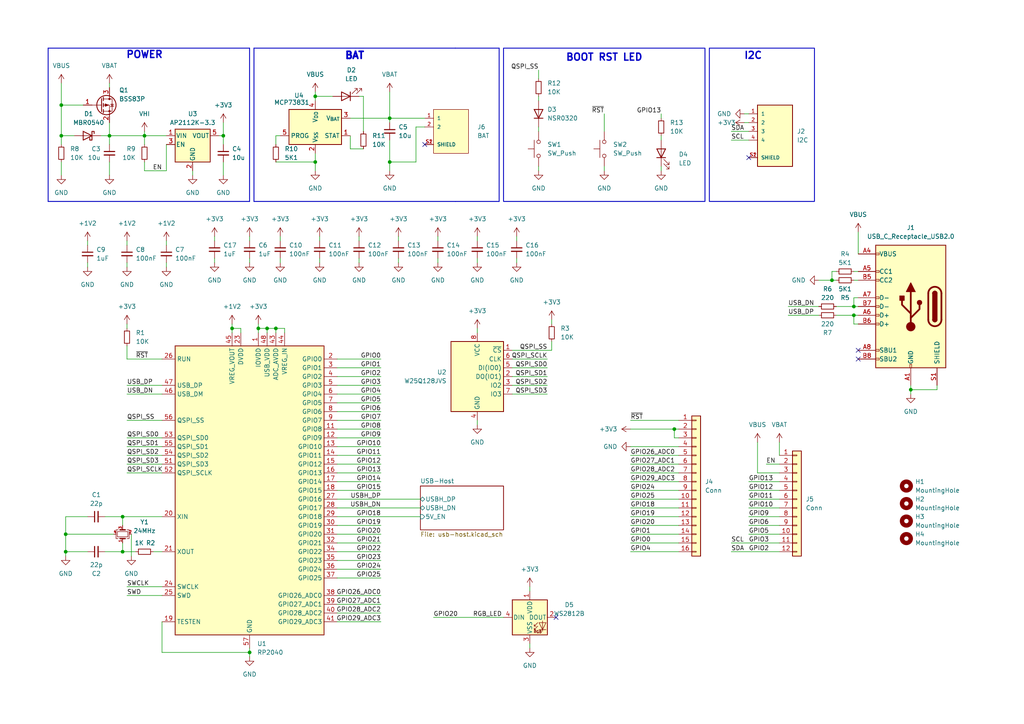
<source format=kicad_sch>
(kicad_sch (version 20231120) (generator "eeschema") (generator_version "8.0")
  (paper "A4")
  (junction (at 74.93 95.25))
  (junction (at 72.39 189.23))
  (junction (at 91.44 27.94))
  (junction (at 35.56 160.02))
  (junction (at 67.31 95.25))
  (junction (at 17.78 39.37))
  (junction (at 91.44 46.99))
  (junction (at 19.05 160.02))
  (junction (at 247.65 91.44))
  (junction (at 19.05 154.94))
  (junction (at 31.75 39.37))
  (junction (at 64.77 39.37))
  (junction (at 17.78 30.48))
  (junction (at 241.3 81.28))
  (junction (at 35.56 149.86))
  (junction (at 113.03 34.29))
  (junction (at 264.16 113.03))
  (junction (at 247.65 88.9))
  (junction (at 41.91 39.37))
  (junction (at 113.03 46.99))
  (junction (at 77.47 95.25))
  (junction (at 195.58 124.46))
  (junction (at 80.01 95.25))
  (no_connect (at 248.92 104.14))
  (no_connect (at 161.29 179.07))
  (no_connect (at 217.17 45.72))
  (no_connect (at 248.92 101.6))
  (no_connect (at 123.19 41.91))
  (wire (pts (xy 74.93 95.25) (xy 77.47 95.25)))
  (wire (pts (xy 110.49 127) (xy 97.79 127)))
  (wire (pts (xy 226.06 128.27) (xy 226.06 132.08)))
  (wire (pts (xy 110.49 177.8) (xy 97.79 177.8)))
  (wire (pts (xy 127 76.2) (xy 127 74.93)))
  (wire (pts (xy 64.77 35.56) (xy 64.77 39.37)))
  (wire (pts (xy 80.01 95.25) (xy 82.55 95.25)))
  (polyline (pts (xy 72.39 58.42) (xy 13.97 58.42)) (stroke (width 0.254) (type solid)))
  (wire (pts (xy 30.48 149.86) (xy 35.56 149.86)))
  (wire (pts (xy 264.16 113.03) (xy 264.16 111.76)))
  (wire (pts (xy 62.23 68.58) (xy 62.23 69.85)))
  (wire (pts (xy 110.49 129.54) (xy 97.79 129.54)))
  (wire (pts (xy 105.41 27.94) (xy 105.41 38.1)))
  (wire (pts (xy 182.88 149.86) (xy 196.85 149.86)))
  (wire (pts (xy 17.78 39.37) (xy 21.59 39.37)))
  (wire (pts (xy 138.43 76.2) (xy 138.43 74.93)))
  (wire (pts (xy 110.49 134.62) (xy 97.79 134.62)))
  (wire (pts (xy 153.67 170.18) (xy 153.67 171.45)))
  (wire (pts (xy 72.39 190.5) (xy 72.39 189.23)))
  (wire (pts (xy 31.75 24.13) (xy 31.75 25.4)))
  (wire (pts (xy 242.57 78.74) (xy 241.3 78.74)))
  (wire (pts (xy 91.44 46.99) (xy 91.44 44.45)))
  (wire (pts (xy 72.39 76.2) (xy 72.39 74.93)))
  (wire (pts (xy 248.92 88.9) (xy 247.65 88.9)))
  (wire (pts (xy 149.86 76.2) (xy 149.86 74.93)))
  (wire (pts (xy 182.88 124.46) (xy 195.58 124.46)))
  (wire (pts (xy 271.78 111.76) (xy 271.78 113.03)))
  (wire (pts (xy 25.4 77.47) (xy 25.4 76.2)))
  (wire (pts (xy 36.83 77.47) (xy 36.83 76.2)))
  (wire (pts (xy 48.26 41.91) (xy 48.26 49.53)))
  (polyline (pts (xy 13.97 13.97) (xy 72.39 13.97)) (stroke (width 0.254) (type solid)))
  (wire (pts (xy 48.26 69.85) (xy 48.26 71.12)))
  (wire (pts (xy 38.1 154.94) (xy 38.1 161.29)))
  (wire (pts (xy 182.88 139.7) (xy 196.85 139.7)))
  (wire (pts (xy 36.83 172.72) (xy 46.99 172.72)))
  (wire (pts (xy 36.83 111.76) (xy 46.99 111.76)))
  (wire (pts (xy 247.65 81.28) (xy 248.92 81.28)))
  (wire (pts (xy 69.85 96.52) (xy 69.85 95.25)))
  (wire (pts (xy 64.77 39.37) (xy 63.5 39.37)))
  (wire (pts (xy 247.65 93.98) (xy 247.65 91.44)))
  (wire (pts (xy 105.41 43.18) (xy 101.6 43.18)))
  (wire (pts (xy 35.56 157.48) (xy 35.56 160.02)))
  (wire (pts (xy 91.44 27.94) (xy 96.52 27.94)))
  (wire (pts (xy 113.03 40.64) (xy 113.03 46.99)))
  (wire (pts (xy 97.79 149.86) (xy 121.92 149.86)))
  (wire (pts (xy 62.23 76.2) (xy 62.23 74.93)))
  (wire (pts (xy 110.49 119.38) (xy 97.79 119.38)))
  (wire (pts (xy 17.78 30.48) (xy 17.78 39.37)))
  (wire (pts (xy 36.83 93.98) (xy 36.83 95.25)))
  (wire (pts (xy 48.26 77.47) (xy 48.26 76.2)))
  (wire (pts (xy 110.49 175.26) (xy 97.79 175.26)))
  (wire (pts (xy 125.73 179.07) (xy 146.05 179.07)))
  (wire (pts (xy 36.83 100.33) (xy 36.83 104.14)))
  (wire (pts (xy 110.49 160.02) (xy 97.79 160.02)))
  (wire (pts (xy 182.88 132.08) (xy 196.85 132.08)))
  (wire (pts (xy 156.21 49.53) (xy 156.21 48.26)))
  (wire (pts (xy 113.03 34.29) (xy 113.03 35.56)))
  (wire (pts (xy 36.83 170.18) (xy 46.99 170.18)))
  (wire (pts (xy 101.6 34.29) (xy 113.03 34.29)))
  (wire (pts (xy 248.92 93.98) (xy 247.65 93.98)))
  (wire (pts (xy 110.49 116.84) (xy 97.79 116.84)))
  (wire (pts (xy 36.83 114.3) (xy 46.99 114.3)))
  (polyline (pts (xy 132.08 13.97) (xy 144.78 13.97)) (stroke (width 0.254)))
  (wire (pts (xy 19.05 154.94) (xy 33.02 154.94)))
  (wire (pts (xy 81.28 68.58) (xy 81.28 69.85)))
  (polyline (pts (xy 13.97 13.97) (xy 13.97 58.42)) (stroke (width 0.254) (type solid)))
  (wire (pts (xy 110.49 114.3) (xy 97.79 114.3)))
  (wire (pts (xy 30.48 160.02) (xy 35.56 160.02)))
  (polyline (pts (xy 73.66 58.42) (xy 132.08 58.42)) (stroke (width 0.254)))
  (wire (pts (xy 191.77 33.02) (xy 191.77 34.29)))
  (wire (pts (xy 156.21 36.83) (xy 156.21 38.1)))
  (wire (pts (xy 247.65 91.44) (xy 242.57 91.44)))
  (wire (pts (xy 80.01 95.25) (xy 80.01 96.52)))
  (wire (pts (xy 217.17 154.94) (xy 226.06 154.94)))
  (wire (pts (xy 31.75 39.37) (xy 31.75 41.91)))
  (wire (pts (xy 74.93 93.98) (xy 74.93 95.25)))
  (wire (pts (xy 36.83 121.92) (xy 46.99 121.92)))
  (wire (pts (xy 271.78 113.03) (xy 264.16 113.03)))
  (wire (pts (xy 48.26 49.53) (xy 41.91 49.53)))
  (wire (pts (xy 158.75 111.76) (xy 148.59 111.76)))
  (wire (pts (xy 110.49 157.48) (xy 97.79 157.48)))
  (wire (pts (xy 153.67 187.96) (xy 153.67 186.69)))
  (wire (pts (xy 91.44 27.94) (xy 91.44 29.21)))
  (wire (pts (xy 80.01 39.37) (xy 80.01 41.91)))
  (wire (pts (xy 110.49 121.92) (xy 97.79 121.92)))
  (wire (pts (xy 196.85 127) (xy 195.58 127)))
  (wire (pts (xy 110.49 154.94) (xy 97.79 154.94)))
  (wire (pts (xy 247.65 86.36) (xy 247.65 88.9)))
  (wire (pts (xy 104.14 76.2) (xy 104.14 74.93)))
  (polyline (pts (xy 144.78 13.97) (xy 144.78 58.42)) (stroke (width 0.254)))
  (wire (pts (xy 195.58 127) (xy 195.58 124.46)))
  (wire (pts (xy 110.49 124.46) (xy 97.79 124.46)))
  (wire (pts (xy 19.05 154.94) (xy 19.05 160.02)))
  (wire (pts (xy 17.78 39.37) (xy 17.78 41.91)))
  (wire (pts (xy 191.77 39.37) (xy 191.77 40.64)))
  (wire (pts (xy 138.43 68.58) (xy 138.43 69.85)))
  (wire (pts (xy 46.99 180.34) (xy 46.99 189.23)))
  (wire (pts (xy 217.17 149.86) (xy 226.06 149.86)))
  (wire (pts (xy 110.49 111.76) (xy 97.79 111.76)))
  (wire (pts (xy 138.43 95.25) (xy 138.43 96.52)))
  (polyline (pts (xy 144.78 58.42) (xy 132.08 58.42)) (stroke (width 0.254)))
  (wire (pts (xy 212.09 38.1) (xy 217.17 38.1)))
  (wire (pts (xy 29.21 39.37) (xy 31.75 39.37)))
  (wire (pts (xy 25.4 69.85) (xy 25.4 71.12)))
  (wire (pts (xy 110.49 137.16) (xy 97.79 137.16)))
  (wire (pts (xy 110.49 104.14) (xy 97.79 104.14)))
  (wire (pts (xy 175.26 49.53) (xy 175.26 48.26)))
  (wire (pts (xy 149.86 68.58) (xy 149.86 69.85)))
  (wire (pts (xy 120.65 36.83) (xy 120.65 46.99)))
  (wire (pts (xy 113.03 34.29) (xy 113.03 26.67)))
  (wire (pts (xy 64.77 50.8) (xy 64.77 46.99)))
  (wire (pts (xy 110.49 142.24) (xy 97.79 142.24)))
  (wire (pts (xy 182.88 137.16) (xy 196.85 137.16)))
  (wire (pts (xy 36.83 137.16) (xy 46.99 137.16)))
  (wire (pts (xy 160.02 99.06) (xy 160.02 101.6)))
  (polyline (pts (xy 72.39 13.97) (xy 72.39 58.42)) (stroke (width 0.254) (type solid)))
  (wire (pts (xy 36.83 104.14) (xy 46.99 104.14)))
  (wire (pts (xy 110.49 109.22) (xy 97.79 109.22)))
  (wire (pts (xy 36.83 69.85) (xy 36.83 71.12)))
  (wire (pts (xy 67.31 93.98) (xy 67.31 95.25)))
  (wire (pts (xy 248.92 67.31) (xy 248.92 73.66)))
  (wire (pts (xy 110.49 180.34) (xy 97.79 180.34)))
  (wire (pts (xy 237.49 88.9) (xy 228.6 88.9)))
  (wire (pts (xy 120.65 36.83) (xy 123.19 36.83)))
  (wire (pts (xy 64.77 41.91) (xy 64.77 39.37)))
  (wire (pts (xy 31.75 50.8) (xy 31.75 46.99)))
  (wire (pts (xy 182.88 144.78) (xy 196.85 144.78)))
  (wire (pts (xy 92.71 68.58) (xy 92.71 69.85)))
  (wire (pts (xy 148.59 101.6) (xy 160.02 101.6)))
  (wire (pts (xy 36.83 134.62) (xy 46.99 134.62)))
  (wire (pts (xy 247.65 88.9) (xy 242.57 88.9)))
  (wire (pts (xy 44.45 160.02) (xy 46.99 160.02)))
  (wire (pts (xy 110.49 152.4) (xy 97.79 152.4)))
  (wire (pts (xy 120.65 46.99) (xy 113.03 46.99)))
  (wire (pts (xy 67.31 95.25) (xy 67.31 96.52)))
  (wire (pts (xy 110.49 162.56) (xy 97.79 162.56)))
  (wire (pts (xy 219.71 128.27) (xy 219.71 137.16)))
  (wire (pts (xy 19.05 160.02) (xy 19.05 161.29)))
  (wire (pts (xy 110.49 106.68) (xy 97.79 106.68)))
  (wire (pts (xy 115.57 68.58) (xy 115.57 69.85)))
  (wire (pts (xy 247.65 78.74) (xy 248.92 78.74)))
  (wire (pts (xy 17.78 24.13) (xy 17.78 30.48)))
  (wire (pts (xy 92.71 76.2) (xy 92.71 74.93)))
  (wire (pts (xy 127 68.58) (xy 127 69.85)))
  (wire (pts (xy 175.26 33.02) (xy 175.26 38.1)))
  (wire (pts (xy 19.05 149.86) (xy 19.05 154.94)))
  (wire (pts (xy 81.28 76.2) (xy 81.28 74.93)))
  (wire (pts (xy 248.92 91.44) (xy 247.65 91.44)))
  (wire (pts (xy 212.09 157.48) (xy 226.06 157.48)))
  (wire (pts (xy 91.44 26.67) (xy 91.44 27.94)))
  (wire (pts (xy 69.85 95.25) (xy 67.31 95.25)))
  (wire (pts (xy 19.05 160.02) (xy 25.4 160.02)))
  (wire (pts (xy 36.83 129.54) (xy 46.99 129.54)))
  (wire (pts (xy 104.14 68.58) (xy 104.14 69.85)))
  (wire (pts (xy 191.77 49.53) (xy 191.77 48.26)))
  (wire (pts (xy 72.39 189.23) (xy 72.39 187.96)))
  (wire (pts (xy 55.88 50.8) (xy 55.88 49.53)))
  (wire (pts (xy 156.21 27.94) (xy 156.21 29.21)))
  (wire (pts (xy 182.88 129.54) (xy 196.85 129.54)))
  (wire (pts (xy 110.49 167.64) (xy 97.79 167.64)))
  (wire (pts (xy 217.17 147.32) (xy 226.06 147.32)))
  (wire (pts (xy 182.88 157.48) (xy 196.85 157.48)))
  (wire (pts (xy 248.92 86.36) (xy 247.65 86.36)))
  (wire (pts (xy 17.78 50.8) (xy 17.78 46.99)))
  (wire (pts (xy 212.09 40.64) (xy 217.17 40.64)))
  (wire (pts (xy 241.3 81.28) (xy 237.49 81.28)))
  (wire (pts (xy 41.91 38.1) (xy 41.91 39.37)))
  (wire (pts (xy 110.49 172.72) (xy 97.79 172.72)))
  (wire (pts (xy 158.75 106.68) (xy 148.59 106.68)))
  (wire (pts (xy 81.28 39.37) (xy 80.01 39.37)))
  (wire (pts (xy 17.78 30.48) (xy 24.13 30.48)))
  (wire (pts (xy 222.25 134.62) (xy 226.06 134.62)))
  (wire (pts (xy 91.44 49.53) (xy 91.44 46.99)))
  (wire (pts (xy 31.75 39.37) (xy 41.91 39.37)))
  (polyline (pts (xy 73.66 13.97) (xy 132.08 13.97)) (stroke (width 0.254)))
  (wire (pts (xy 182.88 147.32) (xy 196.85 147.32)))
  (wire (pts (xy 182.88 154.94) (xy 196.85 154.94)))
  (wire (pts (xy 41.91 39.37) (xy 48.26 39.37)))
  (wire (pts (xy 217.17 152.4) (xy 226.06 152.4)))
  (wire (pts (xy 215.9 35.56) (xy 217.17 35.56)))
  (wire (pts (xy 35.56 160.02) (xy 39.37 160.02)))
  (wire (pts (xy 110.49 165.1) (xy 97.79 165.1)))
  (wire (pts (xy 242.57 81.28) (xy 241.3 81.28)))
  (wire (pts (xy 182.88 152.4) (xy 196.85 152.4)))
  (wire (pts (xy 31.75 35.56) (xy 31.75 39.37)))
  (wire (pts (xy 195.58 124.46) (xy 196.85 124.46)))
  (polyline (pts (xy 73.66 13.97) (xy 73.66 58.42)) (stroke (width 0.254)))
  (wire (pts (xy 80.01 46.99) (xy 91.44 46.99)))
  (wire (pts (xy 217.17 139.7) (xy 226.06 139.7)))
  (wire (pts (xy 138.43 123.19) (xy 138.43 121.92)))
  (wire (pts (xy 182.88 142.24) (xy 196.85 142.24)))
  (wire (pts (xy 264.16 114.3) (xy 264.16 113.03)))
  (wire (pts (xy 182.88 160.02) (xy 196.85 160.02)))
  (wire (pts (xy 113.03 46.99) (xy 113.03 49.53)))
  (wire (pts (xy 217.17 144.78) (xy 226.06 144.78)))
  (wire (pts (xy 160.02 92.71) (xy 160.02 93.98)))
  (wire (pts (xy 36.83 127) (xy 46.99 127)))
  (wire (pts (xy 219.71 137.16) (xy 226.06 137.16)))
  (wire (pts (xy 215.9 33.02) (xy 217.17 33.02)))
  (wire (pts (xy 35.56 149.86) (xy 35.56 152.4)))
  (wire (pts (xy 237.49 91.44) (xy 228.6 91.44)))
  (wire (pts (xy 110.49 139.7) (xy 97.79 139.7)))
  (wire (pts (xy 41.91 49.53) (xy 41.91 46.99)))
  (wire (pts (xy 101.6 43.18) (xy 101.6 39.37)))
  (wire (pts (xy 158.75 104.14) (xy 148.59 104.14)))
  (wire (pts (xy 182.88 134.62) (xy 196.85 134.62)))
  (wire (pts (xy 36.83 132.08) (xy 46.99 132.08)))
  (wire (pts (xy 72.39 68.58) (xy 72.39 69.85)))
  (wire (pts (xy 35.56 149.86) (xy 46.99 149.86)))
  (wire (pts (xy 110.49 132.08) (xy 97.79 132.08)))
  (wire (pts (xy 77.47 95.25) (xy 77.47 96.52)))
  (wire (pts (xy 113.03 34.29) (xy 123.19 34.29)))
  (wire (pts (xy 158.75 109.22) (xy 148.59 109.22)))
  (wire (pts (xy 25.4 149.86) (xy 19.05 149.86)))
  (wire (pts (xy 158.75 114.3) (xy 148.59 114.3)))
  (wire (pts (xy 212.09 160.02) (xy 226.06 160.02)))
  (wire (pts (xy 182.88 121.92) (xy 196.85 121.92)))
  (wire (pts (xy 115.57 76.2) (xy 115.57 74.93)))
  (wire (pts (xy 241.3 78.74) (xy 241.3 81.28)))
  (wire (pts (xy 97.79 144.78) (xy 121.92 144.78)))
  (wire (pts (xy 46.99 189.23) (xy 72.39 189.23)))
  (wire (pts (xy 97.79 147.32) (xy 121.92 147.32)))
  (wire (pts (xy 217.17 142.24) (xy 226.06 142.24)))
  (wire (pts (xy 74.93 95.25) (xy 74.93 96.52)))
  (wire (pts (xy 156.21 20.32) (xy 156.21 22.86)))
  (wire (pts (xy 77.47 95.25) (xy 80.01 95.25)))
  (wire (pts (xy 104.14 27.94) (xy 105.41 27.94)))
  (wire (pts (xy 82.55 96.52) (xy 82.55 95.25)))
  (wire (pts (xy 41.91 41.91) (xy 41.91 39.37)))
  (rectangle (start 205.74 13.97) (end 236.22 58.42) (stroke (width 0.254)))
  (rectangle (start 146.05 13.97) (end 204.47 58.42) (stroke (width 0.254)))
  (text "BAT" (at 102.87 16.256 0) (effects (font (size 2.032 2.032) (thickness 0.508) (bold yes))))
  (text "I2C" (at 218.44 16.256 0) (effects (font (size 2.032 2.032) (thickness 0.4064) (bold yes))))
  (text "POWER" (at 41.91 16.002 0) (effects (font (size 2.032 2.032) (thickness 0.4064) (bold yes))))
  (text "BOOT RST LED" (at 175.26 16.764 0) (effects (font (size 2.032 2.032) (thickness 0.4064) (bold yes))))
  (label "EN" (at 222.25 134.62 0))
  (label "SDA" (at 212.09 160.02 0))
  (label "GPIO18" (at 182.88 147.32 0))
  (label "GPIO26_ADC0" (at 110.49 172.72 180))
  (label "GPIO8" (at 110.49 124.46 180))
  (label "GPIO20" (at 182.88 152.4 0))
  (label "~{RST}" (at 175.26 33.02 180))
  (label "USB_DN" (at 36.83 114.3 0))
  (label "GPIO0" (at 110.49 104.14 180))
  (label "GPIO1" (at 110.49 106.68 180))
  (label "GPIO10" (at 110.49 129.54 180))
  (label "GPIO14" (at 110.49 139.7 180))
  (label "GPIO7" (at 110.49 121.92 180))
  (label "GPIO10" (at 217.17 147.32 0))
  (label "USB_DP" (at 228.6 91.44 0))
  (label "SWCLK" (at 36.83 170.18 0))
  (label "USB_DN" (at 228.6 88.9 0))
  (label "SCL" (at 212.09 157.48 0))
  (label "GPIO18" (at 110.49 149.86 180))
  (label "GPIO4" (at 110.49 114.3 180))
  (label "USBH_DN" (at 110.49 147.32 180))
  (label "GPIO9" (at 110.49 127 180))
  (label "SCL" (at 212.09 40.64 0))
  (label "GPIO27_ADC1" (at 182.88 134.62 0))
  (label "QSPI_SD1" (at 36.83 129.54 0))
  (label "GPIO28_ADC2" (at 110.49 177.8 180))
  (label "GPIO2" (at 110.49 109.22 180))
  (label "GPIO29_ADC3" (at 110.49 180.34 180))
  (label "GPIO12" (at 217.17 142.24 0))
  (label "GPIO12" (at 110.49 134.62 180))
  (label "QSPI_SS" (at 156.21 20.32 180))
  (label "GPIO28_ADC2" (at 182.88 137.16 0))
  (label "GPIO25" (at 182.88 144.78 0))
  (label "QSPI_SD0" (at 158.75 106.68 180))
  (label "GPIO19" (at 182.88 149.86 0))
  (label "GPIO29_ADC3" (at 182.88 139.7 0))
  (label "GPIO5" (at 110.49 116.84 180))
  (label "QSPI_SCLK" (at 158.75 104.14 180))
  (label "GPIO9" (at 217.17 149.86 0))
  (label "GPIO6" (at 110.49 119.38 180))
  (label "GPIO13" (at 191.77 33.02 180))
  (label "GPIO0" (at 182.88 157.48 0))
  (label "QSPI_SCLK" (at 36.83 137.16 0))
  (label "USBH_DP" (at 110.49 144.78 180))
  (label "GPIO13" (at 110.49 137.16 180))
  (label "SDA" (at 212.09 38.1 0))
  (label "QSPI_SD0" (at 36.83 127 0))
  (label "GPIO11" (at 110.49 132.08 180))
  (label "SWD" (at 36.83 172.72 0))
  (label "GPIO20" (at 125.73 179.07 0))
  (label "QSPI_SD3" (at 158.75 114.3 180))
  (label "QSPI_SD3" (at 36.83 134.62 0))
  (label "GPIO2" (at 217.17 160.02 0))
  (label "GPIO26_ADC0" (at 182.88 132.08 0))
  (label "GPIO6" (at 217.17 152.4 0))
  (label "GPIO4" (at 182.88 160.02 0))
  (label "GPIO27_ADC1" (at 110.49 175.26 180))
  (label "~{RST}" (at 182.88 121.92 0))
  (label "QSPI_SD2" (at 36.83 132.08 0))
  (label "GPIO24" (at 110.49 165.1 180))
  (label "EN" (at 46.99 49.53 180))
  (label "GPIO15" (at 110.49 142.24 180))
  (label "~{RST}" (at 39.37 104.14 0))
  (label "QSPI_SD2" (at 158.75 111.76 180))
  (label "QSPI_SS" (at 158.75 101.6 180))
  (label "GPIO13" (at 217.17 139.7 0))
  (label "GPIO3" (at 217.17 157.48 0))
  (label "USB_DP" (at 36.83 111.76 0))
  (label "GPIO11" (at 217.17 144.78 0))
  (label "GPIO22" (at 110.49 160.02 180))
  (label "GPIO20" (at 110.49 154.94 180))
  (label "QSPI_SD1" (at 158.75 109.22 180))
  (label "GPIO3" (at 110.49 111.76 180))
  (label "GPIO1" (at 182.88 154.94 0))
  (label "GPIO23" (at 110.49 162.56 180))
  (label "GPIO21" (at 110.49 157.48 180))
  (label "GPIO5" (at 217.17 154.94 0))
  (label "QSPI_SS" (at 36.83 121.92 0))
  (label "GPIO19" (at 110.49 152.4 180))
  (label "RGB_LED" (at 137.16 179.07 0))
  (label "GPIO24" (at 182.88 142.24 0))
  (label "GPIO25" (at 110.49 167.64 180))
  (symbol (lib_id "power:GND") (at 92.71 76.2 0) (unit 1)
    (property "Reference" "#PWR036" (effects (hide yes)))
    (property "Value" "GND" (at 92.71 81.28 0))
    (property "Description" "Power symbol creates a global label with name \"GND\" , ground" (effects (hide yes)))
  )
  (symbol (lib_id "power:+3V3") (at 36.83 93.98 0) (unit 1)
    (property "Reference" "#PWR08" (effects (hide yes)))
    (property "Value" "+3V3" (at 36.83 88.9 0))
    (property "Description" "Power symbol creates a global label with name \"+3V3\"" (effects (hide yes)))
  )
  (symbol (lib_id "power:GND") (at 55.88 50.8 0) (unit 1)
    (property "Reference" "#PWR016" (effects (hide yes)))
    (property "Value" "GND" (at 55.88 55.88 0))
    (property "Description" "Power symbol creates a global label with name \"GND\" , ground" (effects (hide yes)))
  )
  (symbol (lib_id "power:+3V3") (at 138.43 68.58 0) (unit 1)
    (property "Reference" "#PWR043" (effects (hide yes)))
    (property "Value" "+3V3" (at 138.43 63.5 0))
    (property "Description" "Power symbol creates a global label with name \"+3V3\"" (effects (hide yes)))
  )
  (symbol (lib_id "power:GND") (at 19.05 161.29 0) (unit 1)
    (property "Reference" "#PWR06" (effects (hide yes)))
    (property "Value" "GND" (at 19.05 166.37 0))
    (property "Description" "Power symbol creates a global label with name \"GND\" , ground" (effects (hide yes)))
  )
  (symbol (lib_id "power:+3V3") (at 153.67 170.18 0) (unit 1)
    (property "Reference" "#PWR051" (effects (hide yes)))
    (property "Value" "+3V3" (at 153.67 165.1 0))
    (property "Description" "Power symbol creates a global label with name \"+3V3\"" (effects (hide yes)))
  )
  (symbol (lib_id "Device:C_Small") (at 127 72.39 0) (unit 1)
    (property "Reference" "C14" (at 129.54 71.1262 0) (effects (justify left)))
    (property "Value" "100nF" (at 129.54 73.6662 0) (effects (justify left)))
    (property "Footprint" "Capacitor_SMD:C_0402_1005Metric" (effects (hide yes)))
    (property "Description" "Unpolarized capacitor, small symbol" (effects (hide yes)))
  )
  (symbol (lib_id "Device:R_Small") (at 80.01 44.45 0) (unit 1)
    (property "Reference" "R10" (at 82.55 43.1799 0) (effects (justify left)))
    (property "Value" "5K1" (at 82.55 45.7199 0) (effects (justify left)))
    (property "Footprint" "Resistor_SMD:R_0402_1005Metric" (effects (hide yes)))
    (property "Description" "Resistor, small symbol" (effects (hide yes)))
  )
  (symbol (lib_id "power:VBUS") (at 219.71 128.27 0) (unit 1)
    (property "Reference" "#PWR058" (effects (hide yes)))
    (property "Value" "VBUS" (at 219.71 123.19 0))
    (property "Description" "Power symbol creates a global label with name \"VBUS\"" (effects (hide yes)))
  )
  (symbol (lib_id "Device:C_Small") (at 113.03 38.1 0) (unit 1)
    (property "Reference" "C5" (at 115.57 36.8362 0) (effects (justify left)))
    (property "Value" "10u" (at 115.57 39.3762 0) (effects (justify left)))
    (property "Footprint" "Capacitor_SMD:C_0603_1608Metric" (effects (hide yes)))
    (property "Description" "Unpolarized capacitor, small symbol" (effects (hide yes)))
  )
  (symbol (lib_id "power:GND") (at 153.67 187.96 0) (unit 1)
    (property "Reference" "#PWR050" (effects (hide yes)))
    (property "Value" "GND" (at 153.67 193.04 0))
    (property "Description" "Power symbol creates a global label with name \"GND\" , ground" (effects (hide yes)))
  )
  (symbol (lib_id "Memory_Flash:W25Q128JVS") (at 138.43 109.22 0) (mirror y) (unit 1)
    (property "Reference" "U2" (at 129.54 107.9499 0) (effects (justify left)))
    (property "Value" "W25Q128JVS" (at 129.54 110.4899 0) (effects (justify left)))
    (property "Footprint" "SPI-Flash:USON-8-3x4" (effects (hide yes)))
    (property "Datasheet" "http://www.winbond.com/resource-files/w25q128jv_dtr%20revc%2003272018%20plus.pdf" (effects (hide yes)))
    (property "Description" "128Mb Serial Flash Memory, Standard/Dual/Quad SPI, SOIC-8" (effects (hide yes)))
  )
  (symbol (lib_id "power:+3V3") (at 62.23 68.58 0) (unit 1)
    (property "Reference" "#PWR059" (effects (hide yes)))
    (property "Value" "+3V3" (at 62.23 63.5 0))
    (property "Description" "Power symbol creates a global label with name \"+3V3\"" (effects (hide yes)))
  )
  (symbol (lib_id "power:GND") (at 72.39 76.2 0) (unit 1)
    (property "Reference" "#PWR026" (effects (hide yes)))
    (property "Value" "GND" (at 72.39 81.28 0))
    (property "Description" "Power symbol creates a global label with name \"GND\" , ground" (effects (hide yes)))
  )
  (symbol (lib_id "power:GND") (at 62.23 76.2 0) (unit 1)
    (property "Reference" "#PWR060" (effects (hide yes)))
    (property "Value" "GND" (at 62.23 81.28 0))
    (property "Description" "Power symbol creates a global label with name \"GND\" , ground" (effects (hide yes)))
  )
  (symbol (lib_id "Mechanical:MountingHole") (at 262.89 146.05 0) (unit 1) (in_bom no)
    (property "Reference" "H2" (at 265.43 144.7799 0) (effects (justify left)))
    (property "Value" "MountingHole" (at 265.43 147.3199 0) (effects (justify left)))
    (property "Footprint" "MountingHole:MountingHole_2.5mm" (effects (hide yes)))
    (property "Description" "Mounting Hole without connection" (effects (hide yes)))
  )
  (symbol (lib_id "Device:C_Small") (at 104.14 72.39 0) (unit 1)
    (property "Reference" "C12" (at 106.68 71.1262 0) (effects (justify left)))
    (property "Value" "100nF" (at 106.68 73.6662 0) (effects (justify left)))
    (property "Footprint" "Capacitor_SMD:C_0402_1005Metric" (effects (hide yes)))
    (property "Description" "Unpolarized capacitor, small symbol" (effects (hide yes)))
  )
  (symbol (lib_id "power:+3V3") (at 215.9 35.56 90) (mirror x) (unit 1)
    (property "Reference" "#PWR023" (effects (hide yes)))
    (property "Value" "+3V3" (at 213.36 35.5601 90) (effects (justify left)))
    (property "Description" "Power symbol creates a global label with name \"+3V3\"" (effects (hide yes)))
  )
  (symbol (lib_id "power:+3V3") (at 182.88 124.46 90) (unit 1)
    (property "Reference" "#PWR053" (effects (hide yes)))
    (property "Value" "+3V3" (at 179.07 124.4599 90) (effects (justify left)))
    (property "Description" "Power symbol creates a global label with name \"+3V3\"" (effects (hide yes)))
  )
  (symbol (lib_id "power:GND") (at 38.1 161.29 0) (unit 1)
    (property "Reference" "#PWR07" (effects (hide yes)))
    (property "Value" "GND" (at 38.1 166.37 0))
    (property "Description" "Power symbol creates a global label with name \"GND\" , ground" (effects (hide yes)))
  )
  (symbol (lib_id "Device:C_Small") (at 115.57 72.39 0) (unit 1)
    (property "Reference" "C13" (at 118.11 71.1262 0) (effects (justify left)))
    (property "Value" "100nF" (at 118.11 73.6662 0) (effects (justify left)))
    (property "Footprint" "Capacitor_SMD:C_0402_1005Metric" (effects (hide yes)))
    (property "Description" "Unpolarized capacitor, small symbol" (effects (hide yes)))
  )
  (symbol (lib_id "power:+1V2") (at 36.83 69.85 0) (unit 1)
    (property "Reference" "#PWR027" (effects (hide yes)))
    (property "Value" "+1V2" (at 36.83 64.77 0))
    (property "Description" "Power symbol creates a global label with name \"+1V2\"" (effects (hide yes)))
  )
  (symbol (lib_id "Mechanical:MountingHole") (at 262.89 140.97 0) (unit 1) (in_bom no)
    (property "Reference" "H1" (at 265.43 139.6999 0) (effects (justify left)))
    (property "Value" "MountingHole" (at 265.43 142.2399 0) (effects (justify left)))
    (property "Footprint" "MountingHole:MountingHole_2.5mm" (effects (hide yes)))
    (property "Description" "Mounting Hole without connection" (effects (hide yes)))
  )
  (symbol (lib_id "Device:C_Small") (at 81.28 72.39 0) (unit 1)
    (property "Reference" "C10" (at 83.82 71.1262 0) (effects (justify left)))
    (property "Value" "100nF" (at 83.82 73.6662 0) (effects (justify left)))
    (property "Footprint" "Capacitor_SMD:C_0402_1005Metric" (effects (hide yes)))
    (property "Description" "Unpolarized capacitor, small symbol" (effects (hide yes)))
  )
  (symbol (lib_id "power:GND") (at 215.9 33.02 270) (unit 1)
    (property "Reference" "#PWR024" (effects (hide yes)))
    (property "Value" "GND" (at 212.09 33.0199 90) (effects (justify right)))
    (property "Description" "Power symbol creates a global label with name \"GND\" , ground" (effects (hide yes)))
  )
  (symbol (lib_id "power:GND") (at 48.26 77.47 0) (unit 1)
    (property "Reference" "#PWR028" (effects (hide yes)))
    (property "Value" "GND" (at 48.26 82.55 0))
    (property "Description" "Power symbol creates a global label with name \"GND\" , ground" (effects (hide yes)))
  )
  (symbol (lib_id "Diode:MBR0520") (at 25.4 39.37 0) (mirror y) (unit 1)
    (property "Reference" "D1" (at 25.7175 33.02 0))
    (property "Value" "MBR0540" (at 25.7175 35.56 0))
    (property "Footprint" "Diode_SMD:D_SOD-323" (effects (hide yes)))
    (property "Datasheet" "http://www.mccsemi.com/up_pdf/MBR0520~MBR0580(SOD123).pdf" (effects (hide yes)))
    (property "Description" "20V 0.5A Schottky Power Rectifier Diode, SOD-123" (effects (hide yes)))
  )
  (symbol (lib_id "power:+3V3") (at 74.93 93.98 0) (unit 1)
    (property "Reference" "#PWR03" (effects (hide yes)))
    (property "Value" "+3V3" (at 74.93 88.9 0))
    (property "Description" "Power symbol creates a global label with name \"+3V3\"" (effects (hide yes)))
  )
  (symbol (lib_id "power:GND") (at 175.26 49.53 0) (unit 1)
    (property "Reference" "#PWR048" (effects (hide yes)))
    (property "Value" "GND" (at 175.26 54.61 0))
    (property "Description" "Power symbol creates a global label with name \"GND\" , ground" (effects (hide yes)))
  )
  (symbol (lib_id "power:+3V3") (at 138.43 95.25 0) (unit 1)
    (property "Reference" "#PWR05" (effects (hide yes)))
    (property "Value" "+3V3" (at 138.43 90.17 0))
    (property "Description" "Power symbol creates a global label with name \"+3V3\"" (effects (hide yes)))
  )
  (symbol (lib_id "Device:LED") (at 100.33 27.94 180) (unit 1)
    (property "Reference" "D2" (at 101.9175 20.32 0))
    (property "Value" "LED" (at 101.9175 22.86 0))
    (property "Footprint" "LED_SMD:LED_0603_1608Metric" (effects (hide yes)))
    (property "Description" "Light emitting diode" (effects (hide yes)))
  )
  (symbol (lib_id "power:+3V3") (at 92.71 68.58 0) (unit 1)
    (property "Reference" "#PWR035" (effects (hide yes)))
    (property "Value" "+3V3" (at 92.71 63.5 0))
    (property "Description" "Power symbol creates a global label with name \"+3V3\"" (effects (hide yes)))
  )
  (symbol (lib_id "power:GND") (at 81.28 76.2 0) (unit 1)
    (property "Reference" "#PWR034" (effects (hide yes)))
    (property "Value" "GND" (at 81.28 81.28 0))
    (property "Description" "Power symbol creates a global label with name \"GND\" , ground" (effects (hide yes)))
  )
  (symbol (lib_id "power:VBUS") (at 31.75 24.13 0) (unit 1)
    (property "Reference" "#PWR013" (effects (hide yes)))
    (property "Value" "VBAT" (at 31.75 19.05 0))
    (property "Description" "Power symbol creates a global label with name \"VBUS\"" (effects (hide yes)))
  )
  (symbol (lib_id "power:GND") (at 31.75 50.8 0) (unit 1)
    (property "Reference" "#PWR015" (effects (hide yes)))
    (property "Value" "GND" (at 31.75 55.88 0))
    (property "Description" "Power symbol creates a global label with name \"GND\" , ground" (effects (hide yes)))
  )
  (symbol (lib_id "power:GND") (at 264.16 114.3 0) (mirror y) (unit 1)
    (property "Reference" "#PWR010" (effects (hide yes)))
    (property "Value" "GND" (at 264.16 119.38 0))
    (property "Description" "Power symbol creates a global label with name \"GND\" , ground" (effects (hide yes)))
  )
  (symbol (lib_id "power:GND") (at 149.86 76.2 0) (unit 1)
    (property "Reference" "#PWR046" (effects (hide yes)))
    (property "Value" "GND" (at 149.86 81.28 0))
    (property "Description" "Power symbol creates a global label with name \"GND\" , ground" (effects (hide yes)))
  )
  (symbol (lib_id "power:+1V2") (at 67.31 93.98 0) (unit 1)
    (property "Reference" "#PWR02" (effects (hide yes)))
    (property "Value" "+1V2" (at 67.31 88.9 0))
    (property "Description" "Power symbol creates a global label with name \"+1V2\"" (effects (hide yes)))
  )
  (symbol (lib_id "Device:R_Small") (at 240.03 91.44 270) (unit 1)
    (property "Reference" "R7" (at 240.03 96.52 90))
    (property "Value" "220" (at 240.03 93.98 90))
    (property "Footprint" "Resistor_SMD:R_0402_1005Metric" (effects (hide yes)))
    (property "Description" "Resistor, small symbol" (effects (hide yes)))
  )
  (symbol (lib_id "power:VBUS") (at 226.06 128.27 0) (unit 1)
    (property "Reference" "#PWR057" (effects (hide yes)))
    (property "Value" "VBAT" (at 226.06 123.19 0))
    (property "Description" "Power symbol creates a global label with name \"VBUS\"" (effects (hide yes)))
  )
  (symbol (lib_id "power:+3V3") (at 149.86 68.58 0) (unit 1)
    (property "Reference" "#PWR045" (effects (hide yes)))
    (property "Value" "+3V3" (at 149.86 63.5 0))
    (property "Description" "Power symbol creates a global label with name \"+3V3\"" (effects (hide yes)))
  )
  (symbol (lib_id "Device:Crystal_GND24_Small") (at 35.56 154.94 90) (unit 1)
    (property "Reference" "Y1" (at 41.91 151.416 90))
    (property "Value" "24MHz" (at 41.91 153.956 90))
    (property "Footprint" "Crystal:Crystal_SMD_2520-4Pin_2.5x2.0mm" (effects (hide yes)))
    (property "Description" "Four pin crystal, GND on pins 2 and 4, small symbol" (effects (hide yes)))
  )
  (symbol (lib_id "Device:C_Small") (at 36.83 73.66 0) (unit 1)
    (property "Reference" "C8" (at 39.37 72.3962 0) (effects (justify left)))
    (property "Value" "100nF" (at 39.37 74.9362 0) (effects (justify left)))
    (property "Footprint" "Capacitor_SMD:C_0402_1005Metric" (effects (hide yes)))
    (property "Description" "Unpolarized capacitor, small symbol" (effects (hide yes)))
  )
  (symbol (lib_id "S2B-PH-SM4-TB_LF__SN_:S2B-PH-SM4-TB_LF__SN_") (at 130.81 36.83 0) (unit 1)
    (property "Reference" "J6" (at 138.43 36.8299 0) (effects (justify left)))
    (property "Value" "BAT" (at 138.43 39.3699 0) (effects (justify left)))
    (property "Footprint" "S2B-PH-SM4-TB_LF__SN_:JST_S2B-PH-SM4-TB_LF__SN_" (effects (hide yes)))
    (property "MF" "JST Sales" (effects (hide yes)))
    (property "Description_1" "\nConnector Header Surface Mount, Right Angle 2 position 0.079 (2.00mm)\n" (effects (hide yes)))
    (property "Package" "None" (effects (hide yes)))
    (property "Price" "None" (effects (hide yes)))
    (property "Check_prices" "https://www.snapeda.com/parts/S2B-PH-SM4-TB(LF)(SN)/JST+Sales+America+Inc./view-part/?ref=eda" (effects (hide yes)))
    (property "STANDARD" "Manufacturer Recommendation" (effects (hide yes)))
    (property "SnapEDA_Link" "https://www.snapeda.com/parts/S2B-PH-SM4-TB(LF)(SN)/JST+Sales+America+Inc./view-part/?ref=snap" (effects (hide yes)))
    (property "MP" "S2B-PH-SM4-TB(LF)(SN)" (effects (hide yes)))
    (property "Availability" "In Stock" (effects (hide yes)))
    (property "MANUFACTURER" "JST" (effects (hide yes)))
  )
  (symbol (lib_id "Regulator_Linear:AP2112K-3.3") (at 55.88 41.91 0) (unit 1)
    (property "Reference" "U3" (at 55.88 33.02 0))
    (property "Value" "AP2112K-3.3" (at 55.88 35.56 0))
    (property "Footprint" "Package_TO_SOT_SMD:SOT-23-5" (effects (hide yes)))
    (property "Datasheet" "https://www.diodes.com/assets/Datasheets/AP2112.pdf" (effects (hide yes)))
    (property "Description" "600mA low dropout linear regulator, with enable pin, 3.8V-6V input voltage range, 3.3V fixed positive output, SOT-23-5" (effects (hide yes)))
  )
  (symbol (lib_id "power:GND") (at 113.03 49.53 0) (unit 1)
    (property "Reference" "#PWR022" (effects (hide yes)))
    (property "Value" "GND" (at 113.03 54.61 0))
    (property "Description" "Power symbol creates a global label with name \"GND\" , ground" (effects (hide yes)))
  )
  (symbol (lib_id "power:GND") (at 91.44 49.53 0) (unit 1)
    (property "Reference" "#PWR021" (effects (hide yes)))
    (property "Value" "GND" (at 91.44 54.61 0))
    (property "Description" "Power symbol creates a global label with name \"GND\" , ground" (effects (hide yes)))
  )
  (symbol (lib_id "power:GND") (at 138.43 123.19 0) (unit 1)
    (property "Reference" "#PWR04" (effects (hide yes)))
    (property "Value" "GND" (at 138.43 128.27 0))
    (property "Description" "Power symbol creates a global label with name \"GND\" , ground" (effects (hide yes)))
  )
  (symbol (lib_id "power:GND") (at 127 76.2 0) (unit 1)
    (property "Reference" "#PWR042" (effects (hide yes)))
    (property "Value" "GND" (at 127 81.28 0))
    (property "Description" "Power symbol creates a global label with name \"GND\" , ground" (effects (hide yes)))
  )
  (symbol (lib_id "Device:R_Small") (at 160.02 96.52 0) (unit 1)
    (property "Reference" "R3" (at 162.56 95.2499 0) (effects (justify left)))
    (property "Value" "10K" (at 162.56 97.7899 0) (effects (justify left)))
    (property "Footprint" "Resistor_SMD:R_0402_1005Metric" (effects (hide yes)))
    (property "Description" "Resistor, small symbol" (effects (hide yes)))
  )
  (symbol (lib_id "power:+3V3") (at 104.14 68.58 0) (unit 1)
    (property "Reference" "#PWR037" (effects (hide yes)))
    (property "Value" "+3V3" (at 104.14 63.5 0))
    (property "Description" "Power symbol creates a global label with name \"+3V3\"" (effects (hide yes)))
  )
  (symbol (lib_id "Device:R_Small") (at 245.11 78.74 270) (mirror x) (unit 1)
    (property "Reference" "R4" (at 245.11 73.66 90))
    (property "Value" "5K1" (at 245.11 76.2 90))
    (property "Footprint" "Resistor_SMD:R_0402_1005Metric" (effects (hide yes)))
    (property "Description" "Resistor, small symbol" (effects (hide yes)))
  )
  (symbol (lib_id "Transistor_FET:BSS83P") (at 29.21 30.48 0) (unit 1)
    (property "Reference" "Q1" (at 34.544 26.162 0) (effects (justify left)))
    (property "Value" "BSS83P" (at 34.544 28.702 0) (effects (justify left)))
    (property "Footprint" "DMG3415UFY4Q-7:TRANS_DMG3415UFY4Q-7" (effects (hide yes)))
    (property "Datasheet" "http://www.farnell.com/datasheets/1835997.pdf" (effects (hide yes)))
    (property "Description" "-0.33A Id, -60V Vds, P-Channel MOSFET, SOT-23" (effects (hide yes)))
  )
  (symbol (lib_id "Device:R_Small") (at 191.77 36.83 0) (unit 1)
    (property "Reference" "R13" (at 194.31 35.5599 0) (effects (justify left)))
    (property "Value" "10K" (at 194.31 38.0999 0) (effects (justify left)))
    (property "Footprint" "Resistor_SMD:R_0402_1005Metric" (effects (hide yes)))
    (property "Description" "Resistor, small symbol" (effects (hide yes)))
  )
  (symbol (lib_id "power:GND") (at 191.77 49.53 0) (unit 1)
    (property "Reference" "#PWR049" (effects (hide yes)))
    (property "Value" "GND" (at 191.77 54.61 0))
    (property "Description" "Power symbol creates a global label with name \"GND\" , ground" (effects (hide yes)))
  )
  (symbol (lib_id "Connector_Generic:Conn_01x16") (at 201.93 139.7 0) (unit 1) (in_bom no)
    (property "Reference" "J4" (at 204.47 139.6999 0) (effects (justify left)))
    (property "Value" "Conn" (at 204.47 142.2399 0) (effects (justify left)))
    (property "Footprint" "Connector_PinHeader_2.54mm:PinHeader_1x16_P2.54mm_Vertical" (effects (hide yes)))
    (property "Description" "Generic connector, single row, 01x16, script generated (kicad-library-utils/schlib/autogen/connector/)" (effects (hide yes)))
  )
  (symbol (lib_id "Diode:1N4148WT") (at 156.21 33.02 90) (unit 1)
    (property "Reference" "D3" (at 158.75 31.7499 90) (effects (justify right)))
    (property "Value" "NSR0320" (at 158.75 34.2899 90) (effects (justify right)))
    (property "Footprint" "Diode_SMD:D_SOD-323" (effects (hide yes)))
    (property "Datasheet" "https://www.diodes.com/assets/Datasheets/ds30396.pdf" (effects (hide yes)))
    (property "Description" "75V 0.15A Fast switching Diode, SOD-523" (effects (hide yes)))
    (property "Sim.Device" "D" (effects (hide yes)))
    (property "Sim.Pins" "1=K 2=A" (effects (hide yes)))
  )
  (symbol (lib_id "power:GND") (at 17.78 50.8 0) (unit 1)
    (property "Reference" "#PWR014" (effects (hide yes)))
    (property "Value" "GND" (at 17.78 55.88 0))
    (property "Description" "Power symbol creates a global label with name \"GND\" , ground" (effects (hide yes)))
  )
  (symbol (lib_id "power:GND") (at 36.83 77.47 0) (unit 1)
    (property "Reference" "#PWR030" (effects (hide yes)))
    (property "Value" "GND" (at 36.83 82.55 0))
    (property "Description" "Power symbol creates a global label with name \"GND\" , ground" (effects (hide yes)))
  )
  (symbol (lib_id "Switch:SW_Push") (at 156.21 43.18 90) (unit 1)
    (property "Reference" "SW1" (at 158.75 41.9099 90) (effects (justify right)))
    (property "Value" "SW_Push" (at 158.75 44.4499 90) (effects (justify right)))
    (property "Footprint" "Button_Switch_SMD:SW_SPST_PTS810" (effects (hide yes)))
    (property "Description" "Push button switch, generic, two pins" (effects (hide yes)))
  )
  (symbol (lib_id "Battery_Management:MCP73831-2-OT") (at 91.44 36.83 0) (unit 1)
    (property "Reference" "U4" (at 85.344 27.686 0) (effects (justify left)))
    (property "Value" "MCP73831" (at 79.502 29.718 0) (effects (justify left)))
    (property "Footprint" "Package_TO_SOT_SMD:SOT-23-5" (effects (hide yes)))
    (property "Datasheet" "http://ww1.microchip.com/downloads/en/DeviceDoc/20001984g.pdf" (effects (hide yes)))
    (property "Description" "Single cell, Li-Ion/Li-Po charge management controller, 4.20V, Tri-State Status Output, in SOT23-5 package" (effects (hide yes)))
  )
  (symbol (lib_id "power:+1V2") (at 25.4 69.85 0) (unit 1)
    (property "Reference" "#PWR031" (effects (hide yes)))
    (property "Value" "+1V2" (at 25.4 64.77 0))
    (property "Description" "Power symbol creates a global label with name \"+1V2\"" (effects (hide yes)))
  )
  (symbol (lib_id "Mechanical:MountingHole") (at 262.89 156.21 0) (unit 1) (in_bom no)
    (property "Reference" "H4" (at 265.43 154.9399 0) (effects (justify left)))
    (property "Value" "MountingHole" (at 265.43 157.4799 0) (effects (justify left)))
    (property "Footprint" "MountingHole:MountingHole_2.5mm" (effects (hide yes)))
    (property "Description" "Mounting Hole without connection" (effects (hide yes)))
  )
  (symbol (lib_id "Device:C_Small") (at 62.23 72.39 0) (unit 1)
    (property "Reference" "C17" (at 64.77 71.1262 0) (effects (justify left)))
    (property "Value" "1uF" (at 64.77 73.6662 0) (effects (justify left)))
    (property "Footprint" "Capacitor_SMD:C_0603_1608Metric" (effects (hide yes)))
    (property "Description" "Unpolarized capacitor, small symbol" (effects (hide yes)))
  )
  (symbol (lib_id "power:GND") (at 72.39 190.5 0) (unit 1)
    (property "Reference" "#PWR01" (effects (hide yes)))
    (property "Value" "GND" (at 72.39 195.58 0))
    (property "Description" "Power symbol creates a global label with name \"GND\" , ground" (effects (hide yes)))
  )
  (symbol (lib_id "Device:R_Small") (at 240.03 88.9 270) (mirror x) (unit 1)
    (property "Reference" "R6" (at 240.03 83.82 90))
    (property "Value" "220" (at 240.03 86.36 90))
    (property "Footprint" "Resistor_SMD:R_0402_1005Metric" (effects (hide yes)))
    (property "Description" "Resistor, small symbol" (effects (hide yes)))
  )
  (symbol (lib_id "Device:C_Small") (at 138.43 72.39 0) (unit 1)
    (property "Reference" "C15" (at 140.97 71.1262 0) (effects (justify left)))
    (property "Value" "100nF" (at 140.97 73.6662 0) (effects (justify left)))
    (property "Footprint" "Capacitor_SMD:C_0402_1005Metric" (effects (hide yes)))
    (property "Description" "Unpolarized capacitor, small symbol" (effects (hide yes)))
  )
  (symbol (lib_id "Device:LED") (at 191.77 44.45 90) (unit 1)
    (property "Reference" "D4" (at 196.85 44.7674 90) (effects (justify right)))
    (property "Value" "LED" (at 196.85 47.3074 90) (effects (justify right)))
    (property "Footprint" "LED_SMD:LED_0603_1608Metric" (effects (hide yes)))
    (property "Description" "Light emitting diode" (effects (hide yes)))
  )
  (symbol (lib_id "SM04B-SRSS-TB_LF__SN_:SM04B-SRSS-TB_LF__SN_") (at 224.79 38.1 0) (unit 1)
    (property "Reference" "J2" (at 231.14 38.0999 0) (effects (justify left)))
    (property "Value" "I2C" (at 231.14 40.6399 0) (effects (justify left)))
    (property "Footprint" "BM04B-SRSS-TB_LF__SN_:JST_BM04B-SRSS-TB_LF__SN_" (effects (hide yes)))
    (property "MF" "JST Sales" (effects (hide yes)))
    (property "Description_1" "\nConnector Header Surface Mount, Right Angle 4 position 0.039 (1.00mm)\n" (effects (hide yes)))
    (property "Package" "None" (effects (hide yes)))
    (property "Price" "None" (effects (hide yes)))
    (property "Check_prices" "https://www.snapeda.com/parts/SM04B-SRSS-TB(LF)(SN)/JST+Sales+America+Inc./view-part/?ref=eda" (effects (hide yes)))
    (property "STANDARD" "Manufacturer recommendations" (effects (hide yes)))
    (property "SnapEDA_Link" "https://www.snapeda.com/parts/SM04B-SRSS-TB(LF)(SN)/JST+Sales+America+Inc./view-part/?ref=snap" (effects (hide yes)))
    (property "MP" "SM04B-SRSS-TB(LF)(SN)" (effects (hide yes)))
    (property "Availability" "In Stock" (effects (hide yes)))
    (property "MANUFACTURER" "JST" (effects (hide yes)))
  )
  (symbol (lib_id "Device:C_Small") (at 92.71 72.39 0) (unit 1)
    (property "Reference" "C11" (at 95.25 71.1262 0) (effects (justify left)))
    (property "Value" "100nF" (at 95.25 73.6662 0) (effects (justify left)))
    (property "Footprint" "Capacitor_SMD:C_0402_1005Metric" (effects (hide yes)))
    (property "Description" "Unpolarized capacitor, small symbol" (effects (hide yes)))
  )
  (symbol (lib_id "Device:C_Small") (at 27.94 149.86 90) (unit 1)
    (property "Reference" "C1" (at 27.9463 143.51 90))
    (property "Value" "22p" (at 27.9463 146.05 90))
    (property "Footprint" "Capacitor_SMD:C_0402_1005Metric" (effects (hide yes)))
    (property "Description" "Unpolarized capacitor, small symbol" (effects (hide yes)))
  )
  (symbol (lib_id "power:GND") (at 156.21 49.53 0) (unit 1)
    (property "Reference" "#PWR047" (effects (hide yes)))
    (property "Value" "GND" (at 156.21 54.61 0))
    (property "Description" "Power symbol creates a global label with name \"GND\" , ground" (effects (hide yes)))
  )
  (symbol (lib_id "power:+3V3") (at 81.28 68.58 0) (unit 1)
    (property "Reference" "#PWR033" (effects (hide yes)))
    (property "Value" "+3V3" (at 81.28 63.5 0))
    (property "Description" "Power symbol creates a global label with name \"+3V3\"" (effects (hide yes)))
  )
  (symbol (lib_id "Device:R_Small") (at 17.78 44.45 0) (unit 1)
    (property "Reference" "R8" (at 20.32 43.1799 0) (effects (justify left)))
    (property "Value" "10K" (at 20.32 45.7199 0) (effects (justify left)))
    (property "Footprint" "Resistor_SMD:R_0402_1005Metric" (effects (hide yes)))
    (property "Description" "Resistor, small symbol" (effects (hide yes)))
  )
  (symbol (lib_id "Device:C_Small") (at 27.94 160.02 90) (mirror x) (unit 1)
    (property "Reference" "C2" (at 27.9463 166.37 90))
    (property "Value" "22p" (at 27.9463 163.83 90))
    (property "Footprint" "Capacitor_SMD:C_0402_1005Metric" (effects (hide yes)))
    (property "Description" "Unpolarized capacitor, small symbol" (effects (hide yes)))
  )
  (symbol (lib_id "Device:C_Small") (at 149.86 72.39 0) (unit 1)
    (property "Reference" "C16" (at 152.4 71.1262 0) (effects (justify left)))
    (property "Value" "100nF" (at 152.4 73.6662 0) (effects (justify left)))
    (property "Footprint" "Capacitor_SMD:C_0402_1005Metric" (effects (hide yes)))
    (property "Description" "Unpolarized capacitor, small symbol" (effects (hide yes)))
  )
  (symbol (lib_id "power:VBUS") (at 91.44 26.67 0) (unit 1)
    (property "Reference" "#PWR019" (effects (hide yes)))
    (property "Value" "VBUS" (at 91.44 21.59 0))
    (property "Description" "Power symbol creates a global label with name \"VBUS\"" (effects (hide yes)))
  )
  (symbol (lib_id "power:GND") (at 237.49 81.28 270) (mirror x) (unit 1)
    (property "Reference" "#PWR011" (effects (hide yes)))
    (property "Value" "GND" (at 233.68 81.2799 90) (effects (justify right)))
    (property "Description" "Power symbol creates a global label with name \"GND\" , ground" (effects (hide yes)))
  )
  (symbol (lib_id "power:+3V3") (at 160.02 92.71 0) (unit 1)
    (property "Reference" "#PWR09" (effects (hide yes)))
    (property "Value" "+3V3" (at 160.02 87.63 0))
    (property "Description" "Power symbol creates a global label with name \"+3V3\"" (effects (hide yes)))
  )
  (symbol (lib_id "Mechanical:MountingHole") (at 262.89 151.13 0) (unit 1) (in_bom no)
    (property "Reference" "H3" (at 265.43 149.8599 0) (effects (justify left)))
    (property "Value" "MountingHole" (at 265.43 152.3999 0) (effects (justify left)))
    (property "Footprint" "MountingHole:MountingHole_2.5mm" (effects (hide yes)))
    (property "Description" "Mounting Hole without connection" (effects (hide yes)))
  )
  (symbol (lib_id "Device:R_Small") (at 36.83 97.79 0) (unit 1)
    (property "Reference" "R1" (at 39.37 96.5199 0) (effects (justify left)))
    (property "Value" "10K" (at 39.37 99.0599 0) (effects (justify left)))
    (property "Footprint" "Resistor_SMD:R_0402_1005Metric" (effects (hide yes)))
    (property "Description" "Resistor, small symbol" (effects (hide yes)))
  )
  (symbol (lib_id "power:+3V3") (at 115.57 68.58 0) (unit 1)
    (property "Reference" "#PWR039" (effects (hide yes)))
    (property "Value" "+3V3" (at 115.57 63.5 0))
    (property "Description" "Power symbol creates a global label with name \"+3V3\"" (effects (hide yes)))
  )
  (symbol (lib_id "power:+3V3") (at 64.77 35.56 0) (unit 1)
    (property "Reference" "#PWR018" (effects (hide yes)))
    (property "Value" "+3V3" (at 64.77 30.48 0))
    (property "Description" "Power symbol creates a global label with name \"+3V3\"" (effects (hide yes)))
  )
  (symbol (lib_id "Device:C_Small") (at 72.39 72.39 0) (unit 1)
    (property "Reference" "C6" (at 74.93 71.1262 0) (effects (justify left)))
    (property "Value" "1uF" (at 74.93 73.6662 0) (effects (justify left)))
    (property "Footprint" "Capacitor_SMD:C_0603_1608Metric" (effects (hide yes)))
    (property "Description" "Unpolarized capacitor, small symbol" (effects (hide yes)))
  )
  (symbol (lib_id "power:+3V3") (at 127 68.58 0) (unit 1)
    (property "Reference" "#PWR041" (effects (hide yes)))
    (property "Value" "+3V3" (at 127 63.5 0))
    (property "Description" "Power symbol creates a global label with name \"+3V3\"" (effects (hide yes)))
  )
  (symbol (lib_id "Connector_Generic:Conn_01x12") (at 231.14 144.78 0) (unit 1) (in_bom no)
    (property "Reference" "J5" (at 233.68 144.7799 0) (effects (justify left)))
    (property "Value" "Conn" (at 233.68 147.3199 0) (effects (justify left)))
    (property "Footprint" "Connector_PinHeader_2.54mm:PinHeader_1x12_P2.54mm_Vertical" (effects (hide yes)))
    (property "Description" "Generic connector, single row, 01x12, script generated (kicad-library-utils/schlib/autogen/connector/)" (effects (hide yes)))
  )
  (symbol (lib_id "power:VBUS") (at 17.78 24.13 0) (unit 1)
    (property "Reference" "#PWR012" (effects (hide yes)))
    (property "Value" "VBUS" (at 17.78 19.05 0))
    (property "Description" "Power symbol creates a global label with name \"VBUS\"" (effects (hide yes)))
  )
  (symbol (lib_id "Device:C_Small") (at 64.77 44.45 0) (unit 1)
    (property "Reference" "C4" (at 67.31 43.1862 0) (effects (justify left)))
    (property "Value" "10u" (at 67.31 45.7262 0) (effects (justify left)))
    (property "Footprint" "Capacitor_SMD:C_0603_1608Metric" (effects (hide yes)))
    (property "Description" "Unpolarized capacitor, small symbol" (effects (hide yes)))
  )
  (symbol (lib_id "Device:R_Small") (at 156.21 25.4 0) (unit 1)
    (property "Reference" "R12" (at 158.75 24.1299 0) (effects (justify left)))
    (property "Value" "10K" (at 158.75 26.6699 0) (effects (justify left)))
    (property "Footprint" "Resistor_SMD:R_0402_1005Metric" (effects (hide yes)))
    (property "Description" "Resistor, small symbol" (effects (hide yes)))
  )
  (symbol (lib_id "MCU_RaspberryPi:RP2040") (at 72.39 142.24 0) (unit 1)
    (property "Reference" "U1" (at 74.5841 186.69 0) (effects (justify left)))
    (property "Value" "RP2040" (at 74.5841 189.23 0) (effects (justify left)))
    (property "Footprint" "Package_DFN_QFN:QFN-56-1EP_7x7mm_P0.4mm_EP3.2x3.2mm" (effects (hide yes)))
    (property "Datasheet" "https://datasheets.raspberrypi.com/rp2040/rp2040-datasheet.pdf" (effects (hide yes)))
    (property "Description" "A microcontroller by Raspberry Pi" (effects (hide yes)))
  )
  (symbol (lib_id "power:GND") (at 115.57 76.2 0) (unit 1)
    (property "Reference" "#PWR040" (effects (hide yes)))
    (property "Value" "GND" (at 115.57 81.28 0))
    (property "Description" "Power symbol creates a global label with name \"GND\" , ground" (effects (hide yes)))
  )
  (symbol (lib_id "power:VBUS") (at 113.03 26.67 0) (unit 1)
    (property "Reference" "#PWR020" (effects (hide yes)))
    (property "Value" "VBAT" (at 113.03 21.59 0))
    (property "Description" "Power symbol creates a global label with name \"VBUS\"" (effects (hide yes)))
  )
  (symbol (lib_id "power:VBUS") (at 41.91 38.1 0) (unit 1)
    (property "Reference" "#PWR076" (effects (hide yes)))
    (property "Value" "VHI" (at 41.91 33.02 0))
    (property "Description" "Power symbol creates a global label with name \"VBUS\"" (effects (hide yes)))
  )
  (symbol (lib_id "power:+1V2") (at 48.26 69.85 0) (unit 1)
    (property "Reference" "#PWR029" (effects (hide yes)))
    (property "Value" "+1V2" (at 48.26 64.77 0))
    (property "Description" "Power symbol creates a global label with name \"+1V2\"" (effects (hide yes)))
  )
  (symbol (lib_id "power:GND") (at 64.77 50.8 0) (unit 1)
    (property "Reference" "#PWR017" (effects (hide yes)))
    (property "Value" "GND" (at 64.77 55.88 0))
    (property "Description" "Power symbol creates a global label with name \"GND\" , ground" (effects (hide yes)))
  )
  (symbol (lib_id "Device:R_Small") (at 105.41 40.64 180) (unit 1)
    (property "Reference" "R11" (at 107.95 39.3699 0) (effects (justify right)))
    (property "Value" "10K" (at 107.95 41.9099 0) (effects (justify right)))
    (property "Footprint" "Resistor_SMD:R_0402_1005Metric" (effects (hide yes)))
    (property "Description" "Resistor, small symbol" (effects (hide yes)))
  )
  (symbol (lib_id "Device:C_Small") (at 31.75 44.45 0) (mirror y) (unit 1)
    (property "Reference" "C3" (at 29.21 43.1862 0) (effects (justify left)))
    (property "Value" "10u" (at 29.21 45.7262 0) (effects (justify left)))
    (property "Footprint" "Capacitor_SMD:C_0603_1608Metric" (effects (hide yes)))
    (property "Description" "Unpolarized capacitor, small symbol" (effects (hide yes)))
  )
  (symbol (lib_id "power:+3V3") (at 72.39 68.58 0) (unit 1)
    (property "Reference" "#PWR025" (effects (hide yes)))
    (property "Value" "+3V3" (at 72.39 63.5 0))
    (property "Description" "Power symbol creates a global label with name \"+3V3\"" (effects (hide yes)))
  )
  (symbol (lib_id "Device:R_Small") (at 41.91 44.45 0) (mirror y) (unit 1)
    (property "Reference" "R9" (at 39.37 43.1799 0) (effects (justify left)))
    (property "Value" "10K" (at 39.37 45.7199 0) (effects (justify left)))
    (property "Footprint" "Resistor_SMD:R_0402_1005Metric" (effects (hide yes)))
    (property "Description" "Resistor, small symbol" (effects (hide yes)))
  )
  (symbol (lib_id "Switch:SW_Push") (at 175.26 43.18 90) (unit 1)
    (property "Reference" "SW2" (at 177.8 41.9099 90) (effects (justify right)))
    (property "Value" "SW_Push" (at 177.8 44.4499 90) (effects (justify right)))
    (property "Footprint" "Button_Switch_SMD:SW_SPST_PTS810" (effects (hide yes)))
    (property "Description" "Push button switch, generic, two pins" (effects (hide yes)))
  )
  (symbol (lib_id "Connector:USB_C_Receptacle_USB2.0") (at 264.16 88.9 0) (mirror y) (unit 1)
    (property "Reference" "J1" (at 264.16 66.04 0))
    (property "Value" "USB_C_Receptacle_USB2.0" (at 264.16 68.58 0))
    (property "Footprint" "Connector_USB:USB_C_Receptacle_G-Switch_GT-USB-7010ASV" (effects (hide yes)))
    (property "Datasheet" "https://www.usb.org/sites/default/files/documents/usb_type-c.zip" (effects (hide yes)))
    (property "Description" "USB 2.0-only Type-C Receptacle connector" (effects (hide yes)))
  )
  (symbol (lib_id "power:GND") (at 104.14 76.2 0) (unit 1)
    (property "Reference" "#PWR038" (effects (hide yes)))
    (property "Value" "GND" (at 104.14 81.28 0))
    (property "Description" "Power symbol creates a global label with name \"GND\" , ground" (effects (hide yes)))
  )
  (symbol (lib_id "Device:R_Small") (at 41.91 160.02 90) (unit 1)
    (property "Reference" "R2" (at 43.688 157.48 90))
    (property "Value" "1K" (at 40.386 157.48 90))
    (property "Footprint" "Resistor_SMD:R_0402_1005Metric" (effects (hide yes)))
    (property "Description" "Resistor, small symbol" (effects (hide yes)))
  )
  (symbol (lib_id "Device:C_Small") (at 25.4 73.66 0) (unit 1)
    (property "Reference" "C9" (at 27.94 72.3962 0) (effects (justify left)))
    (property "Value" "1uF" (at 27.94 74.9362 0) (effects (justify left)))
    (property "Footprint" "Capacitor_SMD:C_0603_1608Metric" (effects (hide yes)))
    (property "Description" "Unpolarized capacitor, small symbol" (effects (hide yes)))
  )
  (symbol (lib_id "power:VBUS") (at 248.92 67.31 0) (unit 1)
    (property "Reference" "#PWR052" (effects (hide yes)))
    (property "Value" "VBUS" (at 248.92 62.23 0))
    (property "Description" "Power symbol creates a global label with name \"VBUS\"" (effects (hide yes)))
  )
  (symbol (lib_id "power:GND") (at 138.43 76.2 0) (unit 1)
    (property "Reference" "#PWR044" (effects (hide yes)))
    (property "Value" "GND" (at 138.43 81.28 0))
    (property "Description" "Power symbol creates a global label with name \"GND\" , ground" (effects (hide yes)))
  )
  (symbol (lib_id "Device:C_Small") (at 48.26 73.66 0) (unit 1)
    (property "Reference" "C7" (at 50.8 72.3962 0) (effects (justify left)))
    (property "Value" "100nF" (at 50.8 74.9362 0) (effects (justify left)))
    (property "Footprint" "Capacitor_SMD:C_0402_1005Metric" (effects (hide yes)))
    (property "Description" "Unpolarized capacitor, small symbol" (effects (hide yes)))
  )
  (symbol (lib_id "Device:R_Small") (at 245.11 81.28 270) (unit 1)
    (property "Reference" "R5" (at 245.11 86.36 90))
    (property "Value" "5K1" (at 245.11 83.82 90))
    (property "Footprint" "Resistor_SMD:R_0402_1005Metric" (effects (hide yes)))
    (property "Description" "Resistor, small symbol" (effects (hide yes)))
  )
  (symbol (lib_id "power:GND") (at 25.4 77.47 0) (unit 1)
    (property "Reference" "#PWR032" (effects (hide yes)))
    (property "Value" "GND" (at 25.4 82.55 0))
    (property "Description" "Power symbol creates a global label with name \"GND\" , ground" (effects (hide yes)))
  )
  (symbol (lib_id "power:GND") (at 182.88 129.54 270) (unit 1)
    (property "Reference" "#PWR054" (effects (hide yes)))
    (property "Value" "GND" (at 179.07 129.5399 90) (effects (justify right)))
    (property "Description" "Power symbol creates a global label with name \"GND\" , ground" (effects (hide yes)))
  )
  (symbol (lib_id "LED:WS2812B") (at 153.67 179.07 0) (unit 1)
    (property "Reference" "D5" (at 165.1 175.422 0))
    (property "Value" "WS2812B" (at 165.1 177.962 0))
    (property "Footprint" "LED_SMD:LED_WS2812B-2020_PLCC4_2.0x2.0mm" (effects (hide yes)))
    (property "Datasheet" "https://cdn-shop.adafruit.com/datasheets/WS2812B.pdf" (effects (hide yes)))
    (property "Description" "RGB LED with integrated controller" (effects (hide yes)))
  )
  (sheet (at 121.92 140.97) (size 24.13 12.7) (stroke (width 0.1524))
    (property "Sheetname" "USB-Host" (at 121.92 140.2584 0) (effects (justify left bottom)))
    (property "Sheetfile" "usb-host.kicad_sch" (at 121.92 154.2546 0) (effects (justify left top)))
    (pin "5V_EN" input (at 121.92 149.86 180))
    (pin "USBH_DN" bidirectional (at 121.92 147.32 180))
    (pin "USBH_DP" bidirectional (at 121.92 144.78 180))
  )
)
</source>
